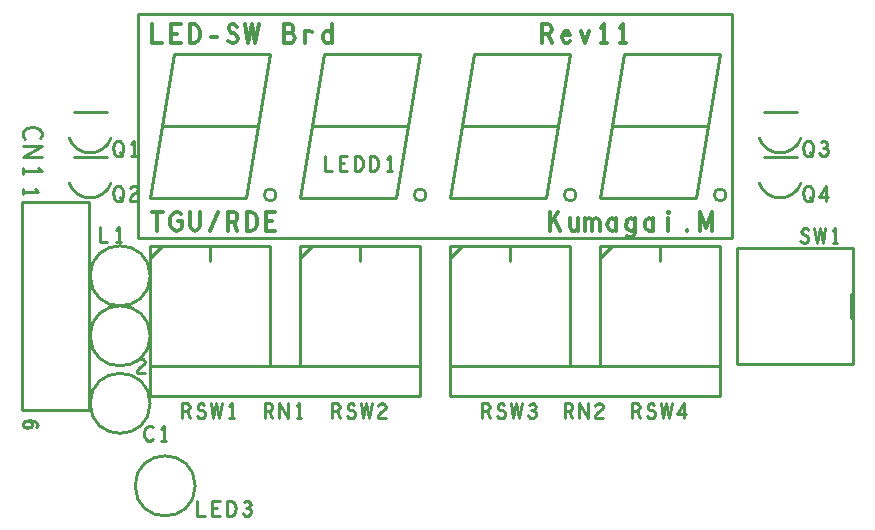
<source format=gto>
G04 ================== begin FILE IDENTIFICATION RECORD ==================*
G04 Layout Name:  LEDSwitchBoard.brd*
G04 Film Name:    GB_LEDSwitchBoard.GTO*
G04 File Format:  Gerber RS274X*
G04 File Origin:  Cadence Allegro 16.6-S014*
G04 Origin Date:  Thu Feb 25 10:56:10 2016*
G04 *
G04 Layer:  USER PART NUMBER/SILKSCREEN_TOP*
G04 Layer:  TOLERANCE/SILKSCREEN_TOP*
G04 Layer:  REF DES/SILKSCREEN_TOP*
G04 Layer:  PACKAGE GEOMETRY/SILKSCREEN_TOP*
G04 Layer:  DEVICE TYPE/SILKSCREEN_TOP*
G04 Layer:  COMPONENT VALUE/SILKSCREEN_TOP*
G04 Layer:  BOARD GEOMETRY/SILKSCREEN_TOP*
G04 *
G04 Offset:    (0.0000 0.0000)*
G04 Mirror:    No*
G04 Mode:      Positive*
G04 Rotation:  0*
G04 FullContactRelief:  No*
G04 UndefLineWidth:     0.0000*
G04 ================== end FILE IDENTIFICATION RECORD ====================*
%FSLAX25Y25*MOMM*%
%IR0*IPPOS*OFA0.00000B0.00000*MIA0B0*SFA1.00000B1.00000*%
%ADD10C,.305*%
%ADD11C,.254*%
G75*
%LPD*%
G75*
G54D10*
G01X-2353310Y414020D02*
Y254000D01*
G01X-2399070Y414020D02*
X-2307550D01*
G01X-2181350Y334010D02*
X-2141560D01*
Y286000D01*
X-2153500Y270000D01*
X-2167420Y259330D01*
X-2187320Y254000D01*
X-2207220Y259330D01*
X-2221140Y270000D01*
X-2233080Y286000D01*
X-2241040Y304670D01*
X-2245020Y326010D01*
Y344680D01*
X-2241040Y360680D01*
X-2233080Y379350D01*
X-2221140Y395350D01*
X-2209210Y406020D01*
X-2193290Y414020D01*
X-2179360D01*
X-2163450Y408690D01*
X-2151510Y398020D01*
G01X-2077040Y414020D02*
Y299340D01*
X-2069090Y275330D01*
X-2053170Y259330D01*
X-2033270Y254000D01*
X-2013370Y259330D01*
X-1997450Y275330D01*
X-1989500Y299340D01*
Y414020D01*
G01X-1909070Y248670D02*
X-1837430Y414020D01*
G01X-1753020Y254000D02*
Y414020D01*
X-1703280D01*
X-1687360Y406020D01*
X-1677410Y395350D01*
X-1673440Y374010D01*
X-1677410Y352680D01*
X-1689350Y339350D01*
X-1703280Y331340D01*
X-1753020D01*
G01X-1703280D02*
X-1673440Y254000D01*
G01X-1596980D02*
Y414020D01*
X-1557190D01*
X-1541270Y406020D01*
X-1529330Y395350D01*
X-1519380Y379350D01*
X-1511430Y360680D01*
X-1509440Y334010D01*
X-1511430Y307340D01*
X-1519380Y288670D01*
X-1529330Y272670D01*
X-1541270Y262000D01*
X-1557190Y254000D01*
X-1596980D01*
G01X-1353400D02*
X-1432980D01*
Y414020D01*
X-1353400D01*
G01X-1385230Y336680D02*
X-1432980D01*
G01X-2393100Y2001520D02*
Y1841500D01*
X-2313520D01*
G01X-2153500D02*
X-2233080D01*
Y2001520D01*
X-2153500D01*
G01X-2185330Y1924180D02*
X-2233080D01*
G01X-2077040Y1841500D02*
Y2001520D01*
X-2037250D01*
X-2021330Y1993520D01*
X-2009390Y1982850D01*
X-1999440Y1966850D01*
X-1991490Y1948180D01*
X-1989500Y1921510D01*
X-1991490Y1894840D01*
X-1999440Y1876170D01*
X-2009390Y1860170D01*
X-2021330Y1849500D01*
X-2037250Y1841500D01*
X-2077040D01*
G01X-1899120Y1894840D02*
X-1847380D01*
G01X-1755010Y1862830D02*
X-1739100Y1849500D01*
X-1721190Y1841500D01*
X-1705270D01*
X-1689350Y1849500D01*
X-1677410Y1862830D01*
X-1671450Y1881510D01*
X-1675430Y1900170D01*
X-1685380Y1916170D01*
X-1703280Y1926850D01*
X-1727160Y1932180D01*
X-1741080Y1942840D01*
X-1747060Y1961510D01*
X-1743070Y1980180D01*
X-1733130Y1993520D01*
X-1719200Y2001520D01*
X-1705270D01*
X-1691340Y1996190D01*
X-1679400Y1982850D01*
G01X-1612900Y2001520D02*
X-1585050Y1841500D01*
X-1553210Y2001520D01*
X-1521380Y1841500D01*
X-1493520Y2001520D01*
G01X-1217250Y1926850D02*
X-1209290Y1934840D01*
X-1203330Y1948180D01*
X-1199340Y1966850D01*
X-1203330Y1982850D01*
X-1211280Y1993520D01*
X-1225210Y2001520D01*
X-1278930D01*
Y1841500D01*
X-1213270D01*
X-1199340Y1852170D01*
X-1191390Y1868170D01*
X-1187410Y1886840D01*
X-1191390Y1905500D01*
X-1203330Y1921510D01*
X-1217250Y1926850D01*
X-1278930D01*
G01X-1101000Y1841500D02*
Y1948180D01*
G01Y1926850D02*
X-1091060Y1937510D01*
X-1081110Y1945510D01*
X-1067180Y1948180D01*
X-1057230Y1945510D01*
X-1045300Y1937510D01*
G01X-877310Y2001520D02*
Y1841500D01*
G01Y1865500D02*
X-885280Y1852170D01*
X-897210Y1844170D01*
X-911140Y1841500D01*
X-927060Y1846830D01*
X-939000Y1860170D01*
X-946960Y1876170D01*
X-948950Y1894840D01*
X-946960Y1913510D01*
X-939000Y1929510D01*
X-927060Y1942840D01*
X-911140Y1948180D01*
X-897210Y1945510D01*
X-887260Y1940180D01*
X-877310Y1929510D01*
G01X968420Y254000D02*
Y414020D01*
G01X1044020D02*
X968420Y315340D01*
G01X1055960Y254000D02*
X1002240Y360680D01*
G01X1138380D02*
Y286000D01*
X1146340Y267330D01*
X1158280Y256670D01*
X1172210Y254000D01*
X1186140Y256670D01*
X1198080Y267330D01*
X1206040Y286000D01*
G01Y254000D02*
Y360680D01*
G01X1272540Y254000D02*
Y360680D01*
G01Y331340D02*
X1278510Y344680D01*
X1288460Y355340D01*
X1302390Y360680D01*
X1316310Y355340D01*
X1326260Y344680D01*
X1332230Y331340D01*
Y254000D01*
G01Y331340D02*
X1338200Y344680D01*
X1348150Y355340D01*
X1362070Y360680D01*
X1376000Y355340D01*
X1385950Y344680D01*
X1391920Y328670D01*
Y254000D01*
G01X1528070D02*
Y360680D01*
G01Y342010D02*
X1520100Y352680D01*
X1508170Y358010D01*
X1494240Y360680D01*
X1480310Y355340D01*
X1468370Y344680D01*
X1460410Y328670D01*
X1456430Y307340D01*
X1460410Y286000D01*
X1468370Y270000D01*
X1480310Y259330D01*
X1494240Y254000D01*
X1508170Y256670D01*
X1520100Y264670D01*
X1528070Y275330D01*
G01X1624420Y213990D02*
X1638340Y203330D01*
X1654260Y200660D01*
X1668190Y203330D01*
X1680120Y216660D01*
X1688090Y235330D01*
Y360680D01*
G01Y339350D02*
X1680120Y350010D01*
X1668190Y358010D01*
X1654260Y360680D01*
X1638340Y355340D01*
X1628390Y344680D01*
X1620430Y326010D01*
X1616450Y307340D01*
X1618440Y291330D01*
X1626400Y272670D01*
X1638340Y259330D01*
X1654260Y254000D01*
X1666200Y256670D01*
X1680120Y267330D01*
X1688090Y278000D01*
G01X1848110Y254000D02*
Y360680D01*
G01Y342010D02*
X1840140Y352680D01*
X1828210Y358010D01*
X1814280Y360680D01*
X1800350Y355340D01*
X1788410Y344680D01*
X1780450Y328670D01*
X1776470Y307340D01*
X1780450Y286000D01*
X1788410Y270000D01*
X1800350Y259330D01*
X1814280Y254000D01*
X1828210Y256670D01*
X1840140Y264670D01*
X1848110Y275330D01*
G01X1972310Y360680D02*
Y254000D01*
G01Y403350D02*
X1968330Y406020D01*
Y411350D01*
X1972310Y414020D01*
X1976290Y411350D01*
Y406020D01*
X1972310Y403350D01*
G01X2132330Y248670D02*
X2128350Y251330D01*
Y256670D01*
X2132330Y259330D01*
X2136310Y256670D01*
Y251330D01*
X2132330Y248670D01*
G01X2240620Y254000D02*
Y414020D01*
X2292350Y280670D01*
X2344080Y414020D01*
Y254000D01*
G01X908900Y1841500D02*
Y2001520D01*
X958640D01*
X974560Y1993520D01*
X984510Y1982850D01*
X988480Y1961510D01*
X984510Y1940180D01*
X972570Y1926850D01*
X958640Y1918840D01*
X908900D01*
G01X958640D02*
X988480Y1841500D01*
G01X1078870Y1913510D02*
X1142540D01*
X1136560Y1932180D01*
X1126620Y1942840D01*
X1112690Y1948180D01*
X1098760Y1945510D01*
X1086820Y1937510D01*
X1078870Y1918840D01*
X1074880Y1902840D01*
Y1886840D01*
X1078870Y1870840D01*
X1088810Y1854830D01*
X1100750Y1844170D01*
X1114680Y1841500D01*
X1128610Y1846830D01*
X1142540Y1862830D01*
G01X1232910Y1948180D02*
X1268730Y1841500D01*
X1304550Y1948180D01*
G01X1428750Y1841500D02*
Y2001520D01*
X1404870Y1969520D01*
G01Y1841500D02*
X1452620D01*
G01X1588770D02*
Y2001520D01*
X1564890Y1969520D01*
G01Y1841500D02*
X1612640D01*
G54D11*
G01X-3439590Y-1351190D02*
X-3424770Y-1362460D01*
X-3416300Y-1372110D01*
X-3412070Y-1384980D01*
X-3416300Y-1396240D01*
X-3424770Y-1404280D01*
X-3437470Y-1410720D01*
X-3452280Y-1412330D01*
X-3464990Y-1410720D01*
X-3477690Y-1404280D01*
X-3488270Y-1394630D01*
X-3492500Y-1383370D01*
X-3488270Y-1370500D01*
X-3475570Y-1359240D01*
X-3456520Y-1352800D01*
X-3435350Y-1351190D01*
X-3407840Y-1354410D01*
X-3393010Y-1359240D01*
X-3378200Y-1367280D01*
X-3367620Y-1378540D01*
X-3365500Y-1389800D01*
X-3369730Y-1401060D01*
X-3380320Y-1409110D01*
G01X-3495000Y499000D02*
Y-1261000D01*
X-2930000D01*
Y499000D01*
X-3495000D01*
G01X-2413000Y-635000D02*
G03I-254000J0D01*
G01Y-1206500D02*
G03I-254000J0D01*
G01Y-127000D02*
G03I-254000J0D01*
G01X-3345820Y1039540D02*
X-3337810Y1051480D01*
X-3332480Y1065400D01*
Y1081320D01*
X-3340480Y1099230D01*
X-3353820Y1113150D01*
X-3369820Y1123100D01*
X-3396490Y1131060D01*
X-3420490Y1133050D01*
X-3444490Y1129070D01*
X-3460500Y1123100D01*
X-3476500Y1111160D01*
X-3487170Y1097240D01*
X-3492500Y1083310D01*
Y1069380D01*
X-3487170Y1055460D01*
X-3479170Y1043520D01*
X-3468500Y1033570D01*
G01X-3492500Y969050D02*
X-3332480D01*
X-3492500Y877530D01*
X-3332480D01*
G01X-3492500Y763270D02*
X-3332480D01*
X-3364480Y787150D01*
G01X-3492500D02*
Y739400D01*
G01Y586740D02*
X-3365500D01*
X-3390900Y606040D01*
G01X-3492500D02*
Y567440D01*
G01X-2743200Y660400D02*
G02X-3098800I-177800J60960D01*
G01X-2841410Y285750D02*
Y158750D01*
X-2777070D01*
G01X-2679700D02*
Y285750D01*
X-2699000Y260350D01*
G01Y158750D02*
X-2660400D01*
G01X-2781300Y1257300D02*
X-3060700D01*
G01X-2743200Y1041400D02*
G02X-3098800I-177800J60960D01*
G01X-2781300Y876300D02*
X-3060700D01*
G01X-2032000Y-1905000D02*
G03I-254000J0D01*
G01X-2392850Y-1407580D02*
X-2402500Y-1401230D01*
X-2413760Y-1397000D01*
X-2426630D01*
X-2441110Y-1403350D01*
X-2452370Y-1413930D01*
X-2460410Y-1426630D01*
X-2466850Y-1447800D01*
X-2468460Y-1466850D01*
X-2465240Y-1485900D01*
X-2460410Y-1498600D01*
X-2450760Y-1511300D01*
X-2439500Y-1519770D01*
X-2428240Y-1524000D01*
X-2416980D01*
X-2405720Y-1519770D01*
X-2396070Y-1513420D01*
X-2388020Y-1504950D01*
G01X-2298700Y-1524000D02*
Y-1397000D01*
X-2318000Y-1422400D01*
G01Y-1524000D02*
X-2279400D01*
G01X-2142910Y-1333500D02*
Y-1206500D01*
X-2102700D01*
X-2089830Y-1212850D01*
X-2081780Y-1221320D01*
X-2078570Y-1238250D01*
X-2081780Y-1255180D01*
X-2091440Y-1265770D01*
X-2102700Y-1272120D01*
X-2142910D01*
G01X-2102700D02*
X-2078570Y-1333500D01*
G01X-2014980Y-1316570D02*
X-2002110Y-1327150D01*
X-1987630Y-1333500D01*
X-1974770D01*
X-1961900Y-1327150D01*
X-1952240Y-1316570D01*
X-1947420Y-1301750D01*
X-1950630Y-1286940D01*
X-1958680Y-1274230D01*
X-1973160Y-1265770D01*
X-1992460Y-1261530D01*
X-2003720Y-1253070D01*
X-2008550Y-1238250D01*
X-2005330Y-1223430D01*
X-1997290Y-1212850D01*
X-1986030Y-1206500D01*
X-1974770D01*
X-1963500Y-1210730D01*
X-1953850Y-1221320D01*
G01X-1899920Y-1206500D02*
X-1877400Y-1333500D01*
X-1851660Y-1206500D01*
X-1825920Y-1333500D01*
X-1803400Y-1206500D01*
G01X-1722120Y-1333500D02*
Y-1206500D01*
X-1741420Y-1231900D01*
G01Y-1333500D02*
X-1702820D01*
G01X-1397000Y-889000D02*
Y127000D01*
X-2413000D01*
Y-889000D01*
X-1397000D01*
G01X-2413000Y-1143000D02*
X-127000D01*
Y-889000D01*
X-2413000D01*
Y-1143000D01*
G01X-2522310Y-846670D02*
X-2512650Y-833970D01*
X-2501390Y-827620D01*
X-2488520Y-825500D01*
X-2472440Y-829730D01*
X-2461170Y-840320D01*
X-2457960Y-853010D01*
X-2459570Y-865720D01*
X-2466000Y-876300D01*
X-2498170Y-897470D01*
X-2512650Y-912280D01*
X-2522310Y-933450D01*
X-2525520Y-952500D01*
X-2457960D01*
G01X-2413000Y25400D02*
X-2311400Y127000D01*
G01X-2682240Y508000D02*
X-2695110Y510120D01*
X-2706370Y518580D01*
X-2716020Y531280D01*
X-2722460Y546100D01*
X-2725680Y563030D01*
Y579970D01*
X-2722460Y596900D01*
X-2716020Y611720D01*
X-2706370Y624420D01*
X-2695110Y632880D01*
X-2682240Y635000D01*
X-2669370Y632880D01*
X-2658110Y624420D01*
X-2648460Y611720D01*
X-2642020Y596900D01*
X-2638800Y579970D01*
Y563030D01*
X-2642020Y546100D01*
X-2648460Y531280D01*
X-2658110Y518580D01*
X-2669370Y510120D01*
X-2682240Y508000D01*
G01X-2669370Y541870D02*
X-2650070Y508000D01*
G01X-2583270Y613830D02*
X-2573610Y626530D01*
X-2562350Y632880D01*
X-2549480Y635000D01*
X-2533400Y630770D01*
X-2522130Y620180D01*
X-2518920Y607490D01*
X-2520530Y594780D01*
X-2526960Y584200D01*
X-2559130Y563030D01*
X-2573610Y548220D01*
X-2583270Y527050D01*
X-2586480Y508000D01*
X-2518920D01*
G01X-2413000Y533400D02*
X-1600200D01*
X-1397000Y1752600D01*
X-2209800D01*
X-2413000Y533400D01*
G01X-2514600Y193040D02*
X2514600D01*
Y2092960D01*
X-2514600D01*
Y193040D01*
G01X-2682240Y889000D02*
X-2695110Y891120D01*
X-2706370Y899580D01*
X-2716020Y912280D01*
X-2722460Y927100D01*
X-2725680Y944030D01*
Y960970D01*
X-2722460Y977900D01*
X-2716020Y992720D01*
X-2706370Y1005420D01*
X-2695110Y1013880D01*
X-2682240Y1016000D01*
X-2669370Y1013880D01*
X-2658110Y1005420D01*
X-2648460Y992720D01*
X-2642020Y977900D01*
X-2638800Y960970D01*
Y944030D01*
X-2642020Y927100D01*
X-2648460Y912280D01*
X-2658110Y899580D01*
X-2669370Y891120D01*
X-2682240Y889000D01*
G01X-2669370Y922870D02*
X-2650070Y889000D01*
G01X-2552700D02*
Y1016000D01*
X-2572000Y990600D01*
G01Y889000D02*
X-2533400D01*
G01X-2311400Y1143000D02*
X-1498600D01*
G01X-2015910Y-2032000D02*
Y-2159000D01*
X-1951570D01*
G01X-1822030D02*
X-1886370D01*
Y-2032000D01*
X-1822030D01*
G01X-1847770Y-2093380D02*
X-1886370D01*
G01X-1760050Y-2159000D02*
Y-2032000D01*
X-1727880D01*
X-1715010Y-2038350D01*
X-1705360Y-2046820D01*
X-1697310Y-2059510D01*
X-1690880Y-2074340D01*
X-1689270Y-2095500D01*
X-1690880Y-2116670D01*
X-1697310Y-2131490D01*
X-1705360Y-2144190D01*
X-1715010Y-2152650D01*
X-1727880Y-2159000D01*
X-1760050D01*
G01X-1630510Y-2133600D02*
X-1620860Y-2148420D01*
X-1607990Y-2156880D01*
X-1593510Y-2159000D01*
X-1580640Y-2156880D01*
X-1567770Y-2146300D01*
X-1559730Y-2133600D01*
X-1558120Y-2120900D01*
X-1561340Y-2106090D01*
X-1572600Y-2095500D01*
X-1583860Y-2091270D01*
X-1598340D01*
G01X-1583860D02*
X-1574210Y-2084920D01*
X-1566160Y-2074340D01*
X-1562950Y-2061630D01*
X-1566160Y-2048930D01*
X-1574210Y-2038350D01*
X-1588690Y-2032000D01*
X-1603160Y-2034120D01*
X-1617640Y-2042580D01*
G01X-1444410Y-1333500D02*
Y-1206500D01*
X-1404200D01*
X-1391330Y-1212850D01*
X-1383280Y-1221320D01*
X-1380070Y-1238250D01*
X-1383280Y-1255180D01*
X-1392940Y-1265770D01*
X-1404200Y-1272120D01*
X-1444410D01*
G01X-1404200D02*
X-1380070Y-1333500D01*
G01X-1319700D02*
Y-1206500D01*
X-1245700Y-1333500D01*
Y-1206500D01*
G01X-1153160Y-1333500D02*
Y-1206500D01*
X-1172460Y-1231900D01*
G01Y-1333500D02*
X-1133860D01*
G01X-1905000Y0D02*
Y127000D01*
G01X-1346200Y558800D02*
G03I-50800J0D01*
G01X-872910Y-1333500D02*
Y-1206500D01*
X-832700D01*
X-819830Y-1212850D01*
X-811780Y-1221320D01*
X-808570Y-1238250D01*
X-811780Y-1255180D01*
X-821440Y-1265770D01*
X-832700Y-1272120D01*
X-872910D01*
G01X-832700D02*
X-808570Y-1333500D01*
G01X-744980Y-1316570D02*
X-732110Y-1327150D01*
X-717630Y-1333500D01*
X-704770D01*
X-691900Y-1327150D01*
X-682240Y-1316570D01*
X-677420Y-1301750D01*
X-680630Y-1286940D01*
X-688680Y-1274230D01*
X-703160Y-1265770D01*
X-722460Y-1261530D01*
X-733720Y-1253070D01*
X-738550Y-1238250D01*
X-735330Y-1223430D01*
X-727290Y-1212850D01*
X-716030Y-1206500D01*
X-704770D01*
X-693500Y-1210730D01*
X-683850Y-1221320D01*
G01X-629920Y-1206500D02*
X-607400Y-1333500D01*
X-581660Y-1206500D01*
X-555920Y-1333500D01*
X-533400Y-1206500D01*
G01X-482690Y-1227670D02*
X-473030Y-1214970D01*
X-461770Y-1208620D01*
X-448900Y-1206500D01*
X-432820Y-1210730D01*
X-421550Y-1221320D01*
X-418340Y-1234010D01*
X-419950Y-1246720D01*
X-426380Y-1257300D01*
X-458550Y-1278470D01*
X-473030Y-1293280D01*
X-482690Y-1314450D01*
X-485900Y-1333500D01*
X-418340D01*
G01X-127000Y-889000D02*
Y127000D01*
X-1143000D01*
Y-889000D01*
X-127000D01*
G01X-1143000Y25400D02*
X-1041400Y127000D01*
G01X-936410Y889000D02*
Y762000D01*
X-872070D01*
G01X-742530D02*
X-806870D01*
Y889000D01*
X-742530D01*
G01X-768270Y827620D02*
X-806870D01*
G01X-680550Y762000D02*
Y889000D01*
X-648380D01*
X-635510Y882650D01*
X-625860Y874180D01*
X-617810Y861490D01*
X-611380Y846660D01*
X-609770Y825500D01*
X-611380Y804330D01*
X-617810Y789510D01*
X-625860Y776810D01*
X-635510Y768350D01*
X-648380Y762000D01*
X-680550D01*
G01X-551010D02*
Y889000D01*
X-518840D01*
X-505970Y882650D01*
X-496320Y874180D01*
X-488270Y861490D01*
X-481840Y846660D01*
X-480230Y825500D01*
X-481840Y804330D01*
X-488270Y789510D01*
X-496320Y776810D01*
X-505970Y768350D01*
X-518840Y762000D01*
X-551010D01*
G01X-386080D02*
Y889000D01*
X-405380Y863600D01*
G01Y762000D02*
X-366780D01*
G01X-1143000Y533400D02*
X-330200D01*
X-127000Y1752600D01*
X-939800D01*
X-1143000Y533400D01*
G01X-1041400Y1143000D02*
X-228600D01*
G01X-635000Y0D02*
Y127000D01*
G01X-76200Y558800D02*
G03I-50800J0D01*
G01X397090Y-1333500D02*
Y-1206500D01*
X437300D01*
X450170Y-1212850D01*
X458220Y-1221320D01*
X461430Y-1238250D01*
X458220Y-1255180D01*
X448560Y-1265770D01*
X437300Y-1272120D01*
X397090D01*
G01X437300D02*
X461430Y-1333500D01*
G01X525020Y-1316570D02*
X537890Y-1327150D01*
X552370Y-1333500D01*
X565230D01*
X578100Y-1327150D01*
X587760Y-1316570D01*
X592580Y-1301750D01*
X589370Y-1286940D01*
X581320Y-1274230D01*
X566840Y-1265770D01*
X547540Y-1261530D01*
X536280Y-1253070D01*
X531450Y-1238250D01*
X534670Y-1223430D01*
X542710Y-1212850D01*
X553970Y-1206500D01*
X565230D01*
X576500Y-1210730D01*
X586150Y-1221320D01*
G01X640080Y-1206500D02*
X662600Y-1333500D01*
X688340Y-1206500D01*
X714080Y-1333500D01*
X736600Y-1206500D01*
G01X782490Y-1308100D02*
X792140Y-1322920D01*
X805010Y-1331380D01*
X819490Y-1333500D01*
X832360Y-1331380D01*
X845230Y-1320800D01*
X853270Y-1308100D01*
X854880Y-1295400D01*
X851660Y-1280590D01*
X840400Y-1270000D01*
X829140Y-1265770D01*
X814660D01*
G01X829140D02*
X838790Y-1259420D01*
X846840Y-1248840D01*
X850050Y-1236130D01*
X846840Y-1223430D01*
X838790Y-1212850D01*
X824310Y-1206500D01*
X809840Y-1208620D01*
X795360Y-1217080D01*
G01X1143000Y-889000D02*
Y127000D01*
X127000D01*
Y-889000D01*
X1143000D01*
G01X127000Y-1143000D02*
X2413000D01*
Y-889000D01*
X127000D01*
Y-1143000D01*
G01X635000Y0D02*
Y127000D01*
G01X127000Y25400D02*
X228600Y127000D01*
G01X127000Y533400D02*
X939800D01*
X1143000Y1752600D01*
X330200D01*
X127000Y533400D01*
G01X228600Y1143000D02*
X1041400D01*
G01X2413000Y-889000D02*
Y127000D01*
X1397000D01*
Y-889000D01*
X2413000D01*
G01X1095590Y-1333500D02*
Y-1206500D01*
X1135800D01*
X1148670Y-1212850D01*
X1156720Y-1221320D01*
X1159930Y-1238250D01*
X1156720Y-1255180D01*
X1147060Y-1265770D01*
X1135800Y-1272120D01*
X1095590D01*
G01X1135800D02*
X1159930Y-1333500D01*
G01X1220300D02*
Y-1206500D01*
X1294300Y-1333500D01*
Y-1206500D01*
G01X1356270Y-1227670D02*
X1365930Y-1214970D01*
X1377190Y-1208620D01*
X1390060Y-1206500D01*
X1406140Y-1210730D01*
X1417410Y-1221320D01*
X1420620Y-1234010D01*
X1419010Y-1246720D01*
X1412580Y-1257300D01*
X1380410Y-1278470D01*
X1365930Y-1293280D01*
X1356270Y-1314450D01*
X1353060Y-1333500D01*
X1420620D01*
G01X1397000Y25400D02*
X1498600Y127000D01*
G01X1193800Y558800D02*
G03I-50800J0D01*
G01X1397000Y533400D02*
X2209800D01*
X2413000Y1752600D01*
X1600200D01*
X1397000Y533400D01*
G01X1667090Y-1333500D02*
Y-1206500D01*
X1707300D01*
X1720170Y-1212850D01*
X1728220Y-1221320D01*
X1731430Y-1238250D01*
X1728220Y-1255180D01*
X1718560Y-1265770D01*
X1707300Y-1272120D01*
X1667090D01*
G01X1707300D02*
X1731430Y-1333500D01*
G01X1795020Y-1316570D02*
X1807890Y-1327150D01*
X1822370Y-1333500D01*
X1835230D01*
X1848100Y-1327150D01*
X1857760Y-1316570D01*
X1862580Y-1301750D01*
X1859370Y-1286940D01*
X1851320Y-1274230D01*
X1836840Y-1265770D01*
X1817540Y-1261530D01*
X1806280Y-1253070D01*
X1801450Y-1238250D01*
X1804670Y-1223430D01*
X1812710Y-1212850D01*
X1823970Y-1206500D01*
X1835230D01*
X1846500Y-1210730D01*
X1856150Y-1221320D01*
G01X1910080Y-1206500D02*
X1932600Y-1333500D01*
X1958340Y-1206500D01*
X1984080Y-1333500D01*
X2006600Y-1206500D01*
G01X2107180Y-1333500D02*
Y-1206500D01*
X2047660Y-1297520D01*
X2128100D01*
G01X1905000Y0D02*
Y127000D01*
G01X1498600Y1143000D02*
X2311400D01*
G01X2558000Y-871000D02*
X3538000D01*
Y109000D01*
X2558000D01*
Y-871000D01*
G01X3098800Y660400D02*
G02X2743200I-177800J60960D01*
G01X2463800Y558800D02*
G03I-50800J0D01*
G01X3060700Y1257300D02*
X2781300D01*
G01X3098800Y1041400D02*
G02X2743200I-177800J60960D01*
G01X3060700Y876300D02*
X2781300D01*
G01X3518000Y-481000D02*
Y-281000D01*
G01X3092960Y169330D02*
X3105830Y158750D01*
X3120310Y152400D01*
X3133170D01*
X3146040Y158750D01*
X3155700Y169330D01*
X3160520Y184150D01*
X3157310Y198960D01*
X3149260Y211670D01*
X3134780Y220130D01*
X3115480Y224370D01*
X3104220Y232830D01*
X3099390Y247650D01*
X3102610Y262470D01*
X3110650Y273050D01*
X3121910Y279400D01*
X3133170D01*
X3144440Y275170D01*
X3154090Y264580D01*
G01X3208020Y279400D02*
X3230540Y152400D01*
X3256280Y279400D01*
X3282020Y152400D01*
X3304540Y279400D01*
G01X3385820Y152400D02*
Y279400D01*
X3366520Y254000D01*
G01Y152400D02*
X3405120D01*
G01X3159760Y508000D02*
X3146890Y510120D01*
X3135630Y518580D01*
X3125980Y531280D01*
X3119540Y546100D01*
X3116320Y563030D01*
Y579970D01*
X3119540Y596900D01*
X3125980Y611720D01*
X3135630Y624420D01*
X3146890Y632880D01*
X3159760Y635000D01*
X3172630Y632880D01*
X3183890Y624420D01*
X3193540Y611720D01*
X3199980Y596900D01*
X3203200Y579970D01*
Y563030D01*
X3199980Y546100D01*
X3193540Y531280D01*
X3183890Y518580D01*
X3172630Y510120D01*
X3159760Y508000D01*
G01X3172630Y541870D02*
X3191930Y508000D01*
G01X3308600D02*
Y635000D01*
X3249080Y543980D01*
X3329520D01*
G01X3159760Y889000D02*
X3146890Y891120D01*
X3135630Y899580D01*
X3125980Y912280D01*
X3119540Y927100D01*
X3116320Y944030D01*
Y960970D01*
X3119540Y977900D01*
X3125980Y992720D01*
X3135630Y1005420D01*
X3146890Y1013880D01*
X3159760Y1016000D01*
X3172630Y1013880D01*
X3183890Y1005420D01*
X3193540Y992720D01*
X3199980Y977900D01*
X3203200Y960970D01*
Y944030D01*
X3199980Y927100D01*
X3193540Y912280D01*
X3183890Y899580D01*
X3172630Y891120D01*
X3159760Y889000D01*
G01X3172630Y922870D02*
X3191930Y889000D01*
G01X3253910Y914400D02*
X3263560Y899580D01*
X3276430Y891120D01*
X3290910Y889000D01*
X3303780Y891120D01*
X3316650Y901700D01*
X3324690Y914400D01*
X3326300Y927100D01*
X3323080Y941910D01*
X3311820Y952500D01*
X3300560Y956730D01*
X3286080D01*
G01X3300560D02*
X3310210Y963080D01*
X3318260Y973660D01*
X3321470Y986370D01*
X3318260Y999070D01*
X3310210Y1009650D01*
X3295730Y1016000D01*
X3281260Y1013880D01*
X3266780Y1005420D01*
M02*

</source>
